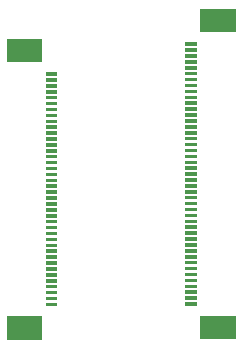
<source format=gtp>
G04 (created by PCBNEW (22-Jun-2014 BZR 4027)-stable) date Thu 28 Jun 2018 06:00:14 PM CST*
%MOIN*%
G04 Gerber Fmt 3.4, Leading zero omitted, Abs format*
%FSLAX34Y34*%
G01*
G70*
G90*
G04 APERTURE LIST*
%ADD10C,0.00590551*%
G04 APERTURE END LIST*
G54D10*
G36*
X125846Y-104509D02*
X125453Y-104509D01*
X125453Y-104390D01*
X125846Y-104390D01*
X125846Y-104509D01*
X125846Y-104509D01*
G37*
G36*
X125846Y-104312D02*
X125453Y-104312D01*
X125453Y-104194D01*
X125846Y-104194D01*
X125846Y-104312D01*
X125846Y-104312D01*
G37*
G36*
X125846Y-104115D02*
X125453Y-104115D01*
X125453Y-103997D01*
X125846Y-103997D01*
X125846Y-104115D01*
X125846Y-104115D01*
G37*
G36*
X125846Y-103918D02*
X125453Y-103918D01*
X125453Y-103800D01*
X125846Y-103800D01*
X125846Y-103918D01*
X125846Y-103918D01*
G37*
G36*
X125846Y-103721D02*
X125453Y-103721D01*
X125453Y-103603D01*
X125846Y-103603D01*
X125846Y-103721D01*
X125846Y-103721D01*
G37*
G36*
X125846Y-103524D02*
X125453Y-103524D01*
X125453Y-103406D01*
X125846Y-103406D01*
X125846Y-103524D01*
X125846Y-103524D01*
G37*
G36*
X125846Y-103327D02*
X125453Y-103327D01*
X125453Y-103209D01*
X125846Y-103209D01*
X125846Y-103327D01*
X125846Y-103327D01*
G37*
G36*
X125846Y-103131D02*
X125453Y-103131D01*
X125453Y-103012D01*
X125846Y-103012D01*
X125846Y-103131D01*
X125846Y-103131D01*
G37*
G36*
X125846Y-102934D02*
X125453Y-102934D01*
X125453Y-102816D01*
X125846Y-102816D01*
X125846Y-102934D01*
X125846Y-102934D01*
G37*
G36*
X125846Y-102737D02*
X125453Y-102737D01*
X125453Y-102619D01*
X125846Y-102619D01*
X125846Y-102737D01*
X125846Y-102737D01*
G37*
G36*
X125846Y-102540D02*
X125453Y-102540D01*
X125453Y-102422D01*
X125846Y-102422D01*
X125846Y-102540D01*
X125846Y-102540D01*
G37*
G36*
X125846Y-102343D02*
X125453Y-102343D01*
X125453Y-102225D01*
X125846Y-102225D01*
X125846Y-102343D01*
X125846Y-102343D01*
G37*
G36*
X125846Y-102146D02*
X125453Y-102146D01*
X125453Y-102028D01*
X125846Y-102028D01*
X125846Y-102146D01*
X125846Y-102146D01*
G37*
G36*
X125846Y-101950D02*
X125453Y-101950D01*
X125453Y-101831D01*
X125846Y-101831D01*
X125846Y-101950D01*
X125846Y-101950D01*
G37*
G36*
X125846Y-101753D02*
X125453Y-101753D01*
X125453Y-101635D01*
X125846Y-101635D01*
X125846Y-101753D01*
X125846Y-101753D01*
G37*
G36*
X125846Y-101556D02*
X125453Y-101556D01*
X125453Y-101438D01*
X125846Y-101438D01*
X125846Y-101556D01*
X125846Y-101556D01*
G37*
G36*
X125846Y-101359D02*
X125453Y-101359D01*
X125453Y-101241D01*
X125846Y-101241D01*
X125846Y-101359D01*
X125846Y-101359D01*
G37*
G36*
X125846Y-101162D02*
X125453Y-101162D01*
X125453Y-101044D01*
X125846Y-101044D01*
X125846Y-101162D01*
X125846Y-101162D01*
G37*
G36*
X125846Y-100965D02*
X125453Y-100965D01*
X125453Y-100847D01*
X125846Y-100847D01*
X125846Y-100965D01*
X125846Y-100965D01*
G37*
G36*
X125846Y-100768D02*
X125453Y-100768D01*
X125453Y-100650D01*
X125846Y-100650D01*
X125846Y-100768D01*
X125846Y-100768D01*
G37*
G36*
X125846Y-100572D02*
X125453Y-100572D01*
X125453Y-100453D01*
X125846Y-100453D01*
X125846Y-100572D01*
X125846Y-100572D01*
G37*
G36*
X125846Y-100375D02*
X125453Y-100375D01*
X125453Y-100257D01*
X125846Y-100257D01*
X125846Y-100375D01*
X125846Y-100375D01*
G37*
G36*
X125846Y-100178D02*
X125453Y-100178D01*
X125453Y-100060D01*
X125846Y-100060D01*
X125846Y-100178D01*
X125846Y-100178D01*
G37*
G36*
X125846Y-99981D02*
X125453Y-99981D01*
X125453Y-99863D01*
X125846Y-99863D01*
X125846Y-99981D01*
X125846Y-99981D01*
G37*
G36*
X125846Y-99784D02*
X125453Y-99784D01*
X125453Y-99666D01*
X125846Y-99666D01*
X125846Y-99784D01*
X125846Y-99784D01*
G37*
G36*
X125846Y-99587D02*
X125453Y-99587D01*
X125453Y-99469D01*
X125846Y-99469D01*
X125846Y-99587D01*
X125846Y-99587D01*
G37*
G36*
X125846Y-99390D02*
X125453Y-99390D01*
X125453Y-99272D01*
X125846Y-99272D01*
X125846Y-99390D01*
X125846Y-99390D01*
G37*
G36*
X125846Y-99194D02*
X125453Y-99194D01*
X125453Y-99075D01*
X125846Y-99075D01*
X125846Y-99194D01*
X125846Y-99194D01*
G37*
G36*
X125846Y-98997D02*
X125453Y-98997D01*
X125453Y-98879D01*
X125846Y-98879D01*
X125846Y-98997D01*
X125846Y-98997D01*
G37*
G36*
X125846Y-98800D02*
X125453Y-98800D01*
X125453Y-98682D01*
X125846Y-98682D01*
X125846Y-98800D01*
X125846Y-98800D01*
G37*
G36*
X125846Y-98603D02*
X125453Y-98603D01*
X125453Y-98485D01*
X125846Y-98485D01*
X125846Y-98603D01*
X125846Y-98603D01*
G37*
G36*
X125846Y-98406D02*
X125453Y-98406D01*
X125453Y-98288D01*
X125846Y-98288D01*
X125846Y-98406D01*
X125846Y-98406D01*
G37*
G36*
X125846Y-98209D02*
X125453Y-98209D01*
X125453Y-98091D01*
X125846Y-98091D01*
X125846Y-98209D01*
X125846Y-98209D01*
G37*
G36*
X125846Y-98012D02*
X125453Y-98012D01*
X125453Y-97894D01*
X125846Y-97894D01*
X125846Y-98012D01*
X125846Y-98012D01*
G37*
G36*
X125846Y-97816D02*
X125453Y-97816D01*
X125453Y-97698D01*
X125846Y-97698D01*
X125846Y-97816D01*
X125846Y-97816D01*
G37*
G36*
X125846Y-97619D02*
X125453Y-97619D01*
X125453Y-97501D01*
X125846Y-97501D01*
X125846Y-97619D01*
X125846Y-97619D01*
G37*
G36*
X125846Y-97422D02*
X125453Y-97422D01*
X125453Y-97304D01*
X125846Y-97304D01*
X125846Y-97422D01*
X125846Y-97422D01*
G37*
G36*
X125846Y-97225D02*
X125453Y-97225D01*
X125453Y-97107D01*
X125846Y-97107D01*
X125846Y-97225D01*
X125846Y-97225D01*
G37*
G36*
X125846Y-97028D02*
X125453Y-97028D01*
X125453Y-96910D01*
X125846Y-96910D01*
X125846Y-97028D01*
X125846Y-97028D01*
G37*
G36*
X125846Y-96831D02*
X125453Y-96831D01*
X125453Y-96713D01*
X125846Y-96713D01*
X125846Y-96831D01*
X125846Y-96831D01*
G37*
G36*
X125846Y-96635D02*
X125453Y-96635D01*
X125453Y-96516D01*
X125846Y-96516D01*
X125846Y-96635D01*
X125846Y-96635D01*
G37*
G36*
X125846Y-96438D02*
X125453Y-96438D01*
X125453Y-96320D01*
X125846Y-96320D01*
X125846Y-96438D01*
X125846Y-96438D01*
G37*
G36*
X125846Y-96241D02*
X125453Y-96241D01*
X125453Y-96123D01*
X125846Y-96123D01*
X125846Y-96241D01*
X125846Y-96241D01*
G37*
G36*
X125846Y-96044D02*
X125453Y-96044D01*
X125453Y-95926D01*
X125846Y-95926D01*
X125846Y-96044D01*
X125846Y-96044D01*
G37*
G36*
X125846Y-95847D02*
X125453Y-95847D01*
X125453Y-95729D01*
X125846Y-95729D01*
X125846Y-95847D01*
X125846Y-95847D01*
G37*
G36*
X127146Y-105631D02*
X125964Y-105631D01*
X125964Y-104843D01*
X127146Y-104843D01*
X127146Y-105631D01*
X127146Y-105631D01*
G37*
G36*
X127146Y-95394D02*
X125964Y-95394D01*
X125964Y-94607D01*
X127146Y-94607D01*
X127146Y-95394D01*
X127146Y-95394D01*
G37*
G36*
X120803Y-96725D02*
X121196Y-96725D01*
X121196Y-96843D01*
X120803Y-96843D01*
X120803Y-96725D01*
X120803Y-96725D01*
G37*
G36*
X120803Y-96922D02*
X121196Y-96922D01*
X121196Y-97040D01*
X120803Y-97040D01*
X120803Y-96922D01*
X120803Y-96922D01*
G37*
G36*
X120803Y-97118D02*
X121196Y-97118D01*
X121196Y-97237D01*
X120803Y-97237D01*
X120803Y-97118D01*
X120803Y-97118D01*
G37*
G36*
X120803Y-97315D02*
X121196Y-97315D01*
X121196Y-97433D01*
X120803Y-97433D01*
X120803Y-97315D01*
X120803Y-97315D01*
G37*
G36*
X120803Y-97512D02*
X121196Y-97512D01*
X121196Y-97630D01*
X120803Y-97630D01*
X120803Y-97512D01*
X120803Y-97512D01*
G37*
G36*
X120803Y-97709D02*
X121196Y-97709D01*
X121196Y-97827D01*
X120803Y-97827D01*
X120803Y-97709D01*
X120803Y-97709D01*
G37*
G36*
X120803Y-97906D02*
X121196Y-97906D01*
X121196Y-98024D01*
X120803Y-98024D01*
X120803Y-97906D01*
X120803Y-97906D01*
G37*
G36*
X120803Y-98103D02*
X121196Y-98103D01*
X121196Y-98221D01*
X120803Y-98221D01*
X120803Y-98103D01*
X120803Y-98103D01*
G37*
G36*
X120803Y-98300D02*
X121196Y-98300D01*
X121196Y-98418D01*
X120803Y-98418D01*
X120803Y-98300D01*
X120803Y-98300D01*
G37*
G36*
X120803Y-98496D02*
X121196Y-98496D01*
X121196Y-98614D01*
X120803Y-98614D01*
X120803Y-98496D01*
X120803Y-98496D01*
G37*
G36*
X120803Y-98693D02*
X121196Y-98693D01*
X121196Y-98811D01*
X120803Y-98811D01*
X120803Y-98693D01*
X120803Y-98693D01*
G37*
G36*
X120803Y-98890D02*
X121196Y-98890D01*
X121196Y-99008D01*
X120803Y-99008D01*
X120803Y-98890D01*
X120803Y-98890D01*
G37*
G36*
X120803Y-99087D02*
X121196Y-99087D01*
X121196Y-99205D01*
X120803Y-99205D01*
X120803Y-99087D01*
X120803Y-99087D01*
G37*
G36*
X120803Y-99284D02*
X121196Y-99284D01*
X121196Y-99402D01*
X120803Y-99402D01*
X120803Y-99284D01*
X120803Y-99284D01*
G37*
G36*
X120803Y-99481D02*
X121196Y-99481D01*
X121196Y-99599D01*
X120803Y-99599D01*
X120803Y-99481D01*
X120803Y-99481D01*
G37*
G36*
X120803Y-99677D02*
X121196Y-99677D01*
X121196Y-99796D01*
X120803Y-99796D01*
X120803Y-99677D01*
X120803Y-99677D01*
G37*
G36*
X120803Y-99874D02*
X121196Y-99874D01*
X121196Y-99992D01*
X120803Y-99992D01*
X120803Y-99874D01*
X120803Y-99874D01*
G37*
G36*
X120803Y-100071D02*
X121196Y-100071D01*
X121196Y-100189D01*
X120803Y-100189D01*
X120803Y-100071D01*
X120803Y-100071D01*
G37*
G36*
X120803Y-100268D02*
X121196Y-100268D01*
X121196Y-100386D01*
X120803Y-100386D01*
X120803Y-100268D01*
X120803Y-100268D01*
G37*
G36*
X120803Y-100465D02*
X121196Y-100465D01*
X121196Y-100583D01*
X120803Y-100583D01*
X120803Y-100465D01*
X120803Y-100465D01*
G37*
G36*
X120803Y-100662D02*
X121196Y-100662D01*
X121196Y-100780D01*
X120803Y-100780D01*
X120803Y-100662D01*
X120803Y-100662D01*
G37*
G36*
X120803Y-100859D02*
X121196Y-100859D01*
X121196Y-100977D01*
X120803Y-100977D01*
X120803Y-100859D01*
X120803Y-100859D01*
G37*
G36*
X120803Y-101055D02*
X121196Y-101055D01*
X121196Y-101174D01*
X120803Y-101174D01*
X120803Y-101055D01*
X120803Y-101055D01*
G37*
G36*
X120803Y-101252D02*
X121196Y-101252D01*
X121196Y-101370D01*
X120803Y-101370D01*
X120803Y-101252D01*
X120803Y-101252D01*
G37*
G36*
X120803Y-101449D02*
X121196Y-101449D01*
X121196Y-101567D01*
X120803Y-101567D01*
X120803Y-101449D01*
X120803Y-101449D01*
G37*
G36*
X120803Y-101646D02*
X121196Y-101646D01*
X121196Y-101764D01*
X120803Y-101764D01*
X120803Y-101646D01*
X120803Y-101646D01*
G37*
G36*
X120803Y-101843D02*
X121196Y-101843D01*
X121196Y-101961D01*
X120803Y-101961D01*
X120803Y-101843D01*
X120803Y-101843D01*
G37*
G36*
X120803Y-102040D02*
X121196Y-102040D01*
X121196Y-102158D01*
X120803Y-102158D01*
X120803Y-102040D01*
X120803Y-102040D01*
G37*
G36*
X120803Y-102237D02*
X121196Y-102237D01*
X121196Y-102355D01*
X120803Y-102355D01*
X120803Y-102237D01*
X120803Y-102237D01*
G37*
G36*
X120803Y-102433D02*
X121196Y-102433D01*
X121196Y-102551D01*
X120803Y-102551D01*
X120803Y-102433D01*
X120803Y-102433D01*
G37*
G36*
X120803Y-102630D02*
X121196Y-102630D01*
X121196Y-102748D01*
X120803Y-102748D01*
X120803Y-102630D01*
X120803Y-102630D01*
G37*
G36*
X120803Y-102827D02*
X121196Y-102827D01*
X121196Y-102945D01*
X120803Y-102945D01*
X120803Y-102827D01*
X120803Y-102827D01*
G37*
G36*
X120803Y-103024D02*
X121196Y-103024D01*
X121196Y-103142D01*
X120803Y-103142D01*
X120803Y-103024D01*
X120803Y-103024D01*
G37*
G36*
X120803Y-103221D02*
X121196Y-103221D01*
X121196Y-103339D01*
X120803Y-103339D01*
X120803Y-103221D01*
X120803Y-103221D01*
G37*
G36*
X120803Y-103418D02*
X121196Y-103418D01*
X121196Y-103536D01*
X120803Y-103536D01*
X120803Y-103418D01*
X120803Y-103418D01*
G37*
G36*
X120803Y-103614D02*
X121196Y-103614D01*
X121196Y-103733D01*
X120803Y-103733D01*
X120803Y-103614D01*
X120803Y-103614D01*
G37*
G36*
X120803Y-103811D02*
X121196Y-103811D01*
X121196Y-103929D01*
X120803Y-103929D01*
X120803Y-103811D01*
X120803Y-103811D01*
G37*
G36*
X120803Y-104008D02*
X121196Y-104008D01*
X121196Y-104126D01*
X120803Y-104126D01*
X120803Y-104008D01*
X120803Y-104008D01*
G37*
G36*
X120803Y-104205D02*
X121196Y-104205D01*
X121196Y-104323D01*
X120803Y-104323D01*
X120803Y-104205D01*
X120803Y-104205D01*
G37*
G36*
X120803Y-104402D02*
X121196Y-104402D01*
X121196Y-104520D01*
X120803Y-104520D01*
X120803Y-104402D01*
X120803Y-104402D01*
G37*
G36*
X119509Y-95606D02*
X120690Y-95606D01*
X120690Y-96393D01*
X119509Y-96393D01*
X119509Y-95606D01*
X119509Y-95606D01*
G37*
G36*
X119503Y-104855D02*
X120685Y-104855D01*
X120685Y-105642D01*
X119503Y-105642D01*
X119503Y-104855D01*
X119503Y-104855D01*
G37*
M02*

</source>
